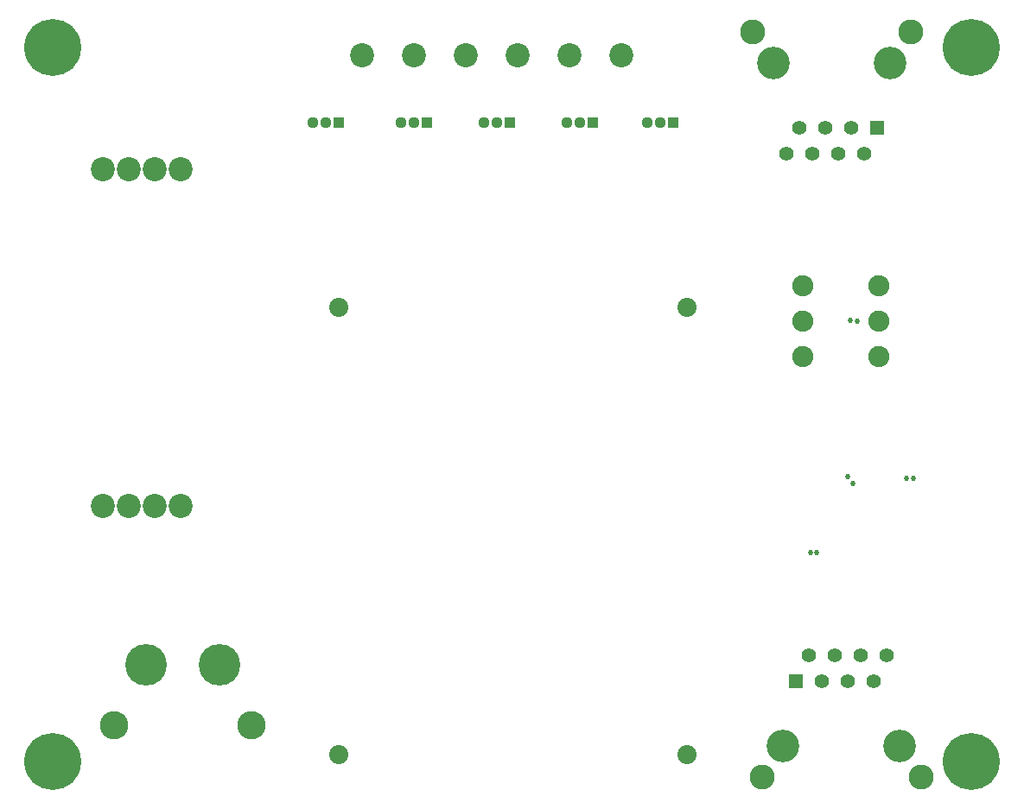
<source format=gbr>
%TF.GenerationSoftware,Altium Limited,Altium Designer,25.2.1 (25)*%
G04 Layer_Color=16711935*
%FSLAX45Y45*%
%MOMM*%
%TF.SameCoordinates,918F7520-6D5E-4649-A0F8-73A0CF3CBC90*%
%TF.FilePolarity,Negative*%
%TF.FileFunction,Soldermask,Bot*%
%TF.Part,Single*%
G01*
G75*
%TA.AperFunction,ComponentPad*%
%ADD21C,1.40000*%
%ADD22C,2.45000*%
%ADD23C,3.20000*%
%ADD24R,1.40000X1.40000*%
%ADD42C,1.12600*%
%ADD43R,1.12600X1.12600*%
%ADD44C,1.87600*%
%ADD45C,2.36200*%
%ADD46C,2.77600*%
%ADD47C,4.07600*%
%TA.AperFunction,ViaPad*%
%ADD48C,5.57600*%
%TA.AperFunction,ComponentPad*%
%ADD49C,2.07600*%
%TA.AperFunction,ViaPad*%
%ADD50C,0.52600*%
D21*
X8673000Y1539000D02*
D03*
X8419000D02*
D03*
X8546000Y1285000D02*
D03*
X8292000D02*
D03*
X8165000Y1539000D02*
D03*
X7911000D02*
D03*
X8038000Y1285000D02*
D03*
X7684000Y6461000D02*
D03*
X7938000D02*
D03*
X8192000D02*
D03*
X8446000D02*
D03*
X7811000Y6715000D02*
D03*
X8065000D02*
D03*
X8319000D02*
D03*
D22*
X9003500Y345000D02*
D03*
X7453500D02*
D03*
X7353500Y7655000D02*
D03*
X8903500D02*
D03*
D23*
X8800000Y650000D02*
D03*
X7657000D02*
D03*
X7557000Y7350000D02*
D03*
X8700000D02*
D03*
D24*
X7784000Y1285000D02*
D03*
X8573000Y6715000D02*
D03*
D42*
X3170800Y6766800D02*
D03*
X3043800D02*
D03*
X4034400D02*
D03*
X3907400D02*
D03*
X5660000D02*
D03*
X5533000D02*
D03*
X6447400D02*
D03*
X6320400D02*
D03*
X4847200D02*
D03*
X4720200D02*
D03*
D43*
X3297800D02*
D03*
X4161400D02*
D03*
X5787000D02*
D03*
X6574400D02*
D03*
X4974200D02*
D03*
D44*
X6712865Y4952127D02*
D03*
Y567107D02*
D03*
X3299105Y4952127D02*
D03*
Y565547D02*
D03*
D45*
X3526400Y7423000D02*
D03*
X4034400D02*
D03*
X5558400D02*
D03*
X6066400D02*
D03*
X4542400D02*
D03*
X5050400D02*
D03*
X1754000Y6302000D02*
D03*
X1500000D02*
D03*
X992000D02*
D03*
X1246000D02*
D03*
X992000Y3000000D02*
D03*
X1246000D02*
D03*
X1754000D02*
D03*
X1500000D02*
D03*
D46*
X1100000Y850000D02*
D03*
X2450000D02*
D03*
D47*
X2135000Y1450000D02*
D03*
X1415000D02*
D03*
D48*
X9500000Y7500000D02*
D03*
X500000D02*
D03*
Y500000D02*
D03*
X9500000D02*
D03*
D49*
X7844820Y5165840D02*
D03*
Y4815840D02*
D03*
Y4465840D02*
D03*
X8594820Y5165840D02*
D03*
Y4815840D02*
D03*
Y4465840D02*
D03*
D50*
X8934814Y3271520D02*
D03*
X8864354Y3278127D02*
D03*
X7984419Y2550979D02*
D03*
X7920919D02*
D03*
X8315979Y4821571D02*
D03*
X8379223Y4814845D02*
D03*
X8286679Y3291021D02*
D03*
X8341740Y3228340D02*
D03*
%TF.MD5,88031732f8211391ed6e24ac4b034c03*%
M02*

</source>
